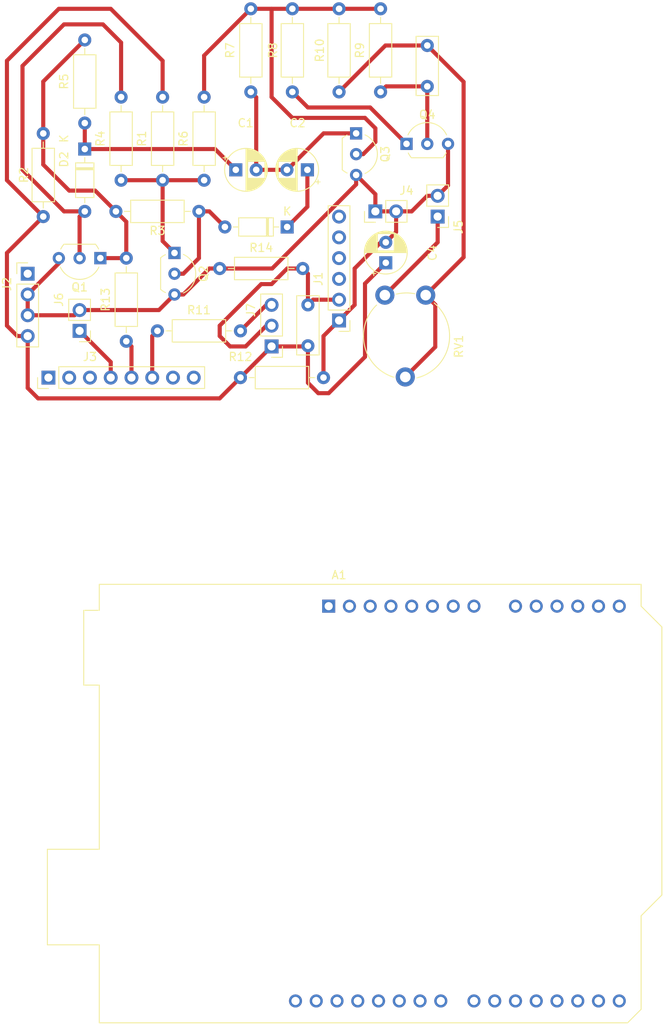
<source format=kicad_pcb>
(kicad_pcb (version 20221018) (generator pcbnew)
  (layers (0 "F.Cu" signal) (31 "B.Cu" signal) (34 "B.Paste" user) (35 "F.Paste" user) (36 "B.SilkS" user "B.Silkscreen") (37 "F.SilkS" user "F.Silkscreen") (38 "B.Mask" user) (39 "F.Mask" user) (44 "Edge.Cuts" user))
  (net 0 "")
  (net 1 "Net-(D2-K)")
  (net 2 "Net-(Q3-C)")
  (net 3 "Net-(D1-K)")
  (net 4 "Net-(C3-Pad1)")
  (net 5 "Net-(Q4-B)")
  (net 6 "VCC")
  (net 7 "GND")
  (net 8 "Net-(J1-Pin_2)")
  (net 9 "Net-(D1-A)")
  (net 10 "Net-(D2-A)")
  (net 11 "Micro")
  (net 12 "Taste")
  (net 13 "Net-(Q2-C)")
  (net 14 "Net-(Q1-C)")
  (net 15 "Net-(Q3-B)")
  (net 16 "Net-(Q4-C)")
  (net 17 "Net-(J7-Pin_3)")
  (net 18 "Net-(J3-Pin_6)")
  (net 19 "DI6")
  (footprint "Potentiometer_THT:Potentiometer_Piher_PT-10-V10_Vertical_Hole" (layer "F.Cu") (at 124.985 99.14 -90)
    (fp_text reference "RV1" (at 6.27 -9.05 90) (layer "F.SilkS"))
    (fp_text value "10k")
    (pad "" np_thru_hole circle (at 5 -2.65 270) (size 4 4) (drill 4) (layers "*.Cu" "*.Mask"))
    (pad "1" thru_hole circle (at 0 0 270) (size 2.34 2.34) (drill 1.3) (layers "*.Cu" "*.Mask") (net 11 "Micro"))
    (pad "2" thru_hole circle (at 10 -2.5 270) (size 2.34 2.34) (drill 1.3) (layers "*.Cu" "*.Mask") (net 4 "Net-(C3-Pad1)"))
    (pad "3" thru_hole circle (at 0 -5 270) (size 2.34 2.34) (drill 1.3) (layers "*.Cu" "*.Mask") (net 4 "Net-(C3-Pad1)"))
  )
  (footprint "Resistor_THT:R_Axial_DIN0207_L6.3mm_D2.5mm_P10.16mm_Horizontal" (layer "F.Cu") (at 97.79 74.93 -90)
    (fp_text reference "R1" (at 5.08 2.54 90) (layer "F.SilkS"))
    (fp_text value "1k")
    (pad "1" thru_hole circle (at 0 0 270) (size 1.6 1.6) (drill 0.8) (layers "*.Cu" "*.Mask") (net 6 "VCC"))
    (pad "2" thru_hole oval (at 10.16 0 270) (size 1.6 1.6) (drill 0.8) (layers "*.Cu" "*.Mask") (net 13 "Net-(Q2-C)"))
  )
  (footprint "Resistor_THT:R_Axial_DIN0207_L6.3mm_D2.5mm_P10.16mm_Horizontal" (layer "F.Cu") (at 107.315 103.505 180)
    (fp_text reference "R11" (at 5.08 2.54) (layer "F.SilkS"))
    (fp_text value "470")
    (pad "1" thru_hole circle (at 0 0 180) (size 1.6 1.6) (drill 0.8) (layers "*.Cu" "*.Mask") (net 17 "Net-(J7-Pin_3)"))
    (pad "2" thru_hole oval (at 10.16 0 180) (size 1.6 1.6) (drill 0.8) (layers "*.Cu" "*.Mask") (net 18 "Net-(J3-Pin_6)"))
  )
  (footprint "Resistor_THT:R_Axial_DIN0207_L6.3mm_D2.5mm_P10.16mm_Horizontal" (layer "F.Cu") (at 93.345 94.615 -90)
    (fp_text reference "R13" (at 5.08 2.54 90) (layer "F.SilkS"))
    (fp_text value "470")
    (pad "1" thru_hole circle (at 0 0 270) (size 1.6 1.6) (drill 0.8) (layers "*.Cu" "*.Mask") (net 14 "Net-(Q1-C)"))
    (pad "2" thru_hole oval (at 10.16 0 270) (size 1.6 1.6) (drill 0.8) (layers "*.Cu" "*.Mask") (net 19 "DI6"))
  )
  (footprint "Resistor_THT:R_Axial_DIN0207_L6.3mm_D2.5mm_P10.16mm_Horizontal" (layer "F.Cu") (at 88.265 67.945 -90)
    (fp_text reference "R5" (at 5.08 2.54 90) (layer "F.SilkS"))
    (fp_text value "1k")
    (pad "1" thru_hole circle (at 0 0 270) (size 1.6 1.6) (drill 0.8) (layers "*.Cu" "*.Mask") (net 14 "Net-(Q1-C)"))
    (pad "2" thru_hole oval (at 10.16 0 270) (size 1.6 1.6) (drill 0.8) (layers "*.Cu" "*.Mask") (net 1 "Net-(D2-K)"))
  )
  (footprint "Connector_PinHeader_2.54mm:PinHeader_1x03_P2.54mm_Vertical" (layer "F.Cu") (at 111.125 105.41 180)
    (fp_text reference "J7" (at 2.54 4.445 90) (layer "F.SilkS"))
    (fp_text value "03")
    (pad "1" thru_hole rect (at 0 0 180) (size 1.7 1.7) (drill 1) (layers "*.Cu" "*.Mask") (net 6 "VCC"))
    (pad "2" thru_hole oval (at 0 2.54 180) (size 1.7 1.7) (drill 1) (layers "*.Cu" "*.Mask") (net 8 "Net-(J1-Pin_2)"))
    (pad "3" thru_hole oval (at 0 5.08 180) (size 1.7 1.7) (drill 1) (layers "*.Cu" "*.Mask") (net 17 "Net-(J7-Pin_3)"))
  )
  (footprint "Diode_THT:D_DO-35_SOD27_P7.62mm_Horizontal" (layer "F.Cu") (at 113.03 90.805 180)
    (fp_text reference "D1" hide)
    (fp_text value "1N4148")
    (fp_text user "K" (at 0 1.905) (layer "F.SilkS"))
    (pad "1" thru_hole rect (at 0 0 180) (size 1.6 1.6) (drill 0.8) (layers "*.Cu" "*.Mask") (net 3 "Net-(D1-K)"))
    (pad "2" thru_hole oval (at 7.62 0 180) (size 1.6 1.6) (drill 0.8) (layers "*.Cu" "*.Mask") (net 9 "Net-(D1-A)"))
  )
  (footprint "Resistor_THT:R_Axial_DIN0207_L6.3mm_D2.5mm_P10.16mm_Horizontal" (layer "F.Cu") (at 83.185 89.535 90)
    (fp_text reference "R2" (at 5.08 -2.37 90) (layer "F.SilkS"))
    (fp_text value "1k")
    (pad "1" thru_hole circle (at 0 0 90) (size 1.6 1.6) (drill 0.8) (layers "*.Cu" "*.Mask") (net 6 "VCC"))
    (pad "2" thru_hole oval (at 10.16 0 90) (size 1.6 1.6) (drill 0.8) (layers "*.Cu" "*.Mask") (net 14 "Net-(Q1-C)"))
  )
  (footprint "Package_TO_SOT_THT:TO-92L_Inline_Wide" (layer "F.Cu") (at 90.17 94.615 180)
    (fp_text reference "Q1" (at 2.54 -3.56) (layer "F.SilkS"))
    (fp_text value "BC547")
    (pad "1" thru_hole rect (at 0 0 180) (size 1.5 1.5) (drill 0.8) (layers "*.Cu" "*.Mask") (net 14 "Net-(Q1-C)"))
    (pad "2" thru_hole circle (at 2.54 0 180) (size 1.5 1.5) (drill 0.8) (layers "*.Cu" "*.Mask") (net 10 "Net-(D2-A)"))
    (pad "3" thru_hole circle (at 5.08 0 180) (size 1.5 1.5) (drill 0.8) (layers "*.Cu" "*.Mask") (net 7 "GND"))
  )
  (footprint "Capacitor_THT:CP_Radial_D5.0mm_P2.50mm" (layer "F.Cu") (at 106.744888 83.82)
    (fp_text reference "C1" (at 1.205112 -5.715) (layer "F.SilkS"))
    (fp_text value "47μF")
    (pad "1" thru_hole rect (at 0 0) (size 1.6 1.6) (drill 0.8) (layers "*.Cu" "*.Mask") (net 1 "Net-(D2-K)"))
    (pad "2" thru_hole circle (at 2.5 0) (size 1.6 1.6) (drill 0.8) (layers "*.Cu" "*.Mask") (net 2 "Net-(Q3-C)"))
  )
  (footprint "Package_TO_SOT_THT:TO-92L_Inline_Wide" (layer "F.Cu") (at 121.47 79.365 -90)
    (fp_text reference "Q3" (at 2.54 -3.56 90) (layer "F.SilkS"))
    (fp_text value "BC547")
    (pad "1" thru_hole rect (at 0 0 270) (size 1.5 1.5) (drill 0.8) (layers "*.Cu" "*.Mask") (net 2 "Net-(Q3-C)"))
    (pad "2" thru_hole circle (at 2.54 0 270) (size 1.5 1.5) (drill 0.8) (layers "*.Cu" "*.Mask") (net 15 "Net-(Q3-B)"))
    (pad "3" thru_hole circle (at 5.08 0 270) (size 1.5 1.5) (drill 0.8) (layers "*.Cu" "*.Mask") (net 7 "GND"))
  )
  (footprint "Connector_PinHeader_2.54mm:PinHeader_1x02_P2.54mm_Vertical" (layer "F.Cu") (at 131.445 89.535 180)
    (fp_text reference "J5" (at -2.54 -1.27 90) (layer "F.SilkS"))
    (fp_text value "Micro")
    (pad "1" thru_hole rect (at 0 0 180) (size 1.7 1.7) (drill 1) (layers "*.Cu" "*.Mask") (net 11 "Micro"))
    (pad "2" thru_hole oval (at 0 2.54 180) (size 1.7 1.7) (drill 1) (layers "*.Cu" "*.Mask") (net 7 "GND"))
  )
  (footprint "Resistor_THT:R_Axial_DIN0207_L6.3mm_D2.5mm_P10.16mm_Horizontal" (layer "F.Cu") (at 104.775 95.885)
    (fp_text reference "R14" (at 5.08 -2.54) (layer "F.SilkS"))
    (fp_text value "0,22")
    (pad "1" thru_hole circle (at 0 0) (size 1.6 1.6) (drill 0.8) (layers "*.Cu" "*.Mask") (net 7 "GND"))
    (pad "2" thru_hole oval (at 10.16 0) (size 1.6 1.6) (drill 0.8) (layers "*.Cu" "*.Mask") (net 8 "Net-(J1-Pin_2)"))
  )
  (footprint "Diode_THT:D_DO-35_SOD27_P7.62mm_Horizontal" (layer "F.Cu") (at 88.265 81.28 -90)
    (fp_text reference "D2" (at 1.27 2.54 90) (layer "F.SilkS"))
    (fp_text value "1N4148")
    (fp_text user "K" (at -1.27 2.54 90) (layer "F.SilkS"))
    (pad "1" thru_hole rect (at 0 0 270) (size 1.6 1.6) (drill 0.8) (layers "*.Cu" "*.Mask") (net 1 "Net-(D2-K)"))
    (pad "2" thru_hole oval (at 7.62 0 270) (size 1.6 1.6) (drill 0.8) (layers "*.Cu" "*.Mask") (net 10 "Net-(D2-A)"))
  )
  (footprint "Connector_PinHeader_2.54mm:PinHeader_1x08_P2.54mm_Vertical" (layer "F.Cu") (at 83.82 109.22 90)
    (fp_text reference "J3" (at 2.54 5.08) (layer "F.SilkS"))
    (fp_text value "DIGITAL")
    (pad "1" thru_hole rect (at 0 0 90) (size 1.7 1.7) (drill 1) (layers "*.Cu" "*.Mask"))
    (pad "2" thru_hole oval (at 0 2.54 90) (size 1.7 1.7) (drill 1) (layers "*.Cu" "*.Mask"))
    (pad "3" thru_hole oval (at 0 5.08 90) (size 1.7 1.7) (drill 1) (layers "*.Cu" "*.Mask"))
    (pad "4" thru_hole oval (at 0 7.62 90) (size 1.7 1.7) (drill 1) (layers "*.Cu" "*.Mask") (net 12 "Taste"))
    (pad "5" thru_hole oval (at 0 10.16 90) (size 1.7 1.7) (drill 1) (layers "*.Cu" "*.Mask") (net 19 "DI6"))
    (pad "6" thru_hole oval (at 0 12.7 90) (size 1.7 1.7) (drill 1) (layers "*.Cu" "*.Mask") (net 18 "Net-(J3-Pin_6)"))
    (pad "7" thru_hole oval (at 0 15.24 90) (size 1.7 1.7) (drill 1) (layers "*.Cu" "*.Mask"))
    (pad "8" thru_hole oval (at 0 17.78 90) (size 1.7 1.7) (drill 1) (layers "*.Cu" "*.Mask"))
  )
  (footprint "Connector_PinHeader_2.54mm:PinHeader_1x02_P2.54mm_Vertical" (layer "F.Cu") (at 123.825 88.9 90)
    (fp_text reference "J4" (at 2.54 3.81) (layer "F.SilkS"))
    (fp_text value "LDR")
    (pad "1" thru_hole rect (at 0 0 90) (size 1.7 1.7) (drill 1) (layers "*.Cu" "*.Mask") (net 7 "GND"))
    (pad "2" thru_hole oval (at 0 2.54 90) (size 1.7 1.7) (drill 1) (layers "*.Cu" "*.Mask") (net 7 "GND"))
  )
  (footprint "Package_TO_SOT_THT:TO-92L_Inline_Wide" (layer "F.Cu") (at 127.635 80.645)
    (fp_text reference "Q4" (at 2.54 -3.56) (layer "F.SilkS"))
    (fp_text value "BC547")
    (pad "1" thru_hole rect (at 0 0) (size 1.5 1.5) (drill 0.8) (layers "*.Cu" "*.Mask") (net 16 "Net-(Q4-C)"))
    (pad "2" thru_hole circle (at 2.54 0) (size 1.5 1.5) (drill 0.8) (layers "*.Cu" "*.Mask") (net 5 "Net-(Q4-B)"))
    (pad "3" thru_hole circle (at 5.08 0) (size 1.5 1.5) (drill 0.8) (layers "*.Cu" "*.Mask") (net 7 "GND"))
  )
  (footprint "Connector_PinHeader_2.54mm:PinHeader_1x04_P2.54mm_Vertical" (layer "F.Cu") (at 81.28 96.52)
    (fp_text reference "J2" (at -2.54 1.27 90) (layer "F.SilkS"))
    (fp_text value "Power")
    (pad "1" thru_hole rect (at 0 0) (size 1.7 1.7) (drill 1) (layers "*.Cu" "*.Mask"))
    (pad "2" thru_hole oval (at 0 2.54) (size 1.7 1.7) (drill 1) (layers "*.Cu" "*.Mask") (net 7 "GND"))
    (pad "3" thru_hole oval (at 0 5.08) (size 1.7 1.7) (drill 1) (layers "*.Cu" "*.Mask") (net 7 "GND"))
    (pad "4" thru_hole oval (at 0 7.62) (size 1.7 1.7) (drill 1) (layers "*.Cu" "*.Mask") (net 6 "VCC"))
  )
  (footprint "Connector_PinHeader_2.54mm:PinHeader_1x06_P2.54mm_Vertical" (layer "F.Cu") (at 119.38 102.235 180)
    (fp_text reference "J1" (at 2.54 5.08 90) (layer "F.SilkS"))
    (fp_text value "Analog IN")
    (pad "1" thru_hole rect (at 0 0 180) (size 1.7 1.7) (drill 1) (layers "*.Cu" "*.Mask") (net 7 "GND"))
    (pad "2" thru_hole oval (at 0 2.54 180) (size 1.7 1.7) (drill 1) (layers "*.Cu" "*.Mask") (net 8 "Net-(J1-Pin_2)"))
    (pad "3" thru_hole oval (at 0 5.08 180) (size 1.7 1.7) (drill 1) (layers "*.Cu" "*.Mask"))
    (pad "4" thru_hole oval (at 0 7.62 180) (size 1.7 1.7) (drill 1) (layers "*.Cu" "*.Mask"))
    (pad "5" thru_hole oval (at 0 10.16 180) (size 1.7 1.7) (drill 1) (layers "*.Cu" "*.Mask"))
    (pad "6" thru_hole oval (at 0 12.7 180) (size 1.7 1.7) (drill 1) (layers "*.Cu" "*.Mask"))
  )
  (footprint "Resistor_THT:R_Axial_DIN0207_L6.3mm_D2.5mm_P10.16mm_Horizontal" (layer "F.Cu") (at 113.665 74.295 90)
    (fp_text reference "R8" (at 5.08 -2.37 90) (layer "F.SilkS"))
    (fp_text value "4k7")
    (pad "1" thru_hole circle (at 0 0 90) (size 1.6 1.6) (drill 0.8) (layers "*.Cu" "*.Mask") (net 16 "Net-(Q4-C)"))
    (pad "2" thru_hole oval (at 10.16 0 90) (size 1.6 1.6) (drill 0.8) (layers "*.Cu" "*.Mask") (net 15 "Net-(Q3-B)"))
  )
  (footprint "Capacitor_THT:C_Disc_D7.0mm_W2.5mm_P5.00mm" (layer "F.Cu") (at 130.175 68.62 -90)
    (fp_text reference "C3" hide)
    (fp_text value "100NF")
    (pad "1" thru_hole circle (at 0 0 270) (size 1.6 1.6) (drill 0.8) (layers "*.Cu" "*.Mask") (net 4 "Net-(C3-Pad1)"))
    (pad "2" thru_hole circle (at 5 0 270) (size 1.6 1.6) (drill 0.8) (layers "*.Cu" "*.Mask") (net 5 "Net-(Q4-B)"))
  )
  (footprint "Capacitor_THT:CP_Radial_D5.0mm_P2.50mm" (layer "F.Cu") (at 125.1 95.185113 90)
    (fp_text reference "C4" (at 1.205113 5.71 90) (layer "F.SilkS"))
    (fp_text value "47μF")
    (pad "1" thru_hole rect (at 0 0 90) (size 1.6 1.6) (drill 0.8) (layers "*.Cu" "*.Mask") (net 6 "VCC"))
    (pad "2" thru_hole circle (at 2.5 0 90) (size 1.6 1.6) (drill 0.8) (layers "*.Cu" "*.Mask") (net 7 "GND"))
  )
  (footprint "Module:Arduino_UNO_R2" (layer "F.Cu") (at 118.11 137.16)
    (fp_text reference "A1" (at 1.27 -3.81 180) (layer "F.SilkS"))
    (fp_text value "Arduino_UNO_R2")
    (pad "1" thru_hole rect (at 0 0 90) (size 1.6 1.6) (drill 1) (layers "*.Cu" "*.Mask"))
    (pad "2" thru_hole oval (at 2.54 0 90) (size 1.6 1.6) (drill 1) (layers "*.Cu" "*.Mask"))
    (pad "3" thru_hole oval (at 5.08 0 90) (size 1.6 1.6) (drill 1) (layers "*.Cu" "*.Mask"))
    (pad "4" thru_hole oval (at 7.62 0 90) (size 1.6 1.6) (drill 1) (layers "*.Cu" "*.Mask"))
    (pad "5" thru_hole oval (at 10.16 0 90) (size 1.6 1.6) (drill 1) (layers "*.Cu" "*.Mask"))
    (pad "6" thru_hole oval (at 12.7 0 90) (size 1.6 1.6) (drill 1) (layers "*.Cu" "*.Mask"))
    (pad "7" thru_hole oval (at 15.24 0 90) (size 1.6 1.6) (drill 1) (layers "*.Cu" "*.Mask"))
    (pad "8" thru_hole oval (at 17.78 0 90) (size 1.6 1.6) (drill 1) (layers "*.Cu" "*.Mask"))
    (pad "9" thru_hole oval (at 22.86 0 90) (size 1.6 1.6) (drill 1) (layers "*.Cu" "*.Mask"))
    (pad "10" thru_hole oval (at 25.4 0 90) (size 1.6 1.6) (drill 1) (layers "*.Cu" "*.Mask"))
    (pad "11" thru_hole oval (at 27.94 0 90) (size 1.6 1.6) (drill 1) (layers "*.Cu" "*.Mask"))
    (pad "12" thru_hole oval (at 30.48 0 90) (size 1.6 1.6) (drill 1) (layers "*.Cu" "*.Mask"))
    (pad "13" thru_hole oval (at 33.02 0 90) (size 1.6 1.6) (drill 1) (layers "*.Cu" "*.Mask"))
    (pad "14" thru_hole oval (at 35.56 0 90) (size 1.6 1.6) (drill 1) (layers "*.Cu" "*.Mask"))
    (pad "15" thru_hole oval (at 35.56 48.26 90) (size 1.6 1.6) (drill 1) (layers "*.Cu" "*.Mask"))
    (pad "16" thru_hole oval (at 33.02 48.26 90) (size 1.6 1.6) (drill 1) (layers "*.Cu" "*.Mask"))
    (pad "17" thru_hole oval (at 30.48 48.26 90) (size 1.6 1.6) (drill 1) (layers "*.Cu" "*.Mask"))
    (pad "18" thru_hole oval (at 27.94 48.26 90) (size 1.6 1.6) (drill 1) (layers "*.Cu" "*.Mask"))
    (pad "19" thru_hole oval (at 25.4 48.26 90) (size 1.6 1.6) (drill 1) (layers "*.Cu" "*.Mask"))
    (pad "20" thru_hole oval (at 22.86 48.26 90) (size 1.6 1.6) (drill 1) (layers "*.Cu" "*.Mask"))
    (pad "21" thru_hole oval (at 20.32 48.26 90) (size 1.6 1.6) (drill 1) (layers "*.Cu" "*.Mask"))
    (pad "22" thru_hole oval (at 17.78 48.26 90) (size 1.6 1.6) (drill 1) (layers "*.Cu" "*.Mask"))
    (pad "23" thru_hole oval (at 13.72 48.26 90) (size 1.6 1.6) (drill 1) (layers "*.Cu" "*.Mask"))
    (pad "24" thru_hole oval (at 11.18 48.26 90) (size 1.6 1.6) (drill 1) (layers "*.Cu" "*.Mask"))
    (pad "25" thru_hole oval (at 8.64 48.26 90) (size 1.6 1.6) (drill 1) (layers "*.Cu" "*.Mask"))
    (pad "26" thru_hole oval (at 6.1 48.26 90) (size 1.6 1.6) (drill 1) (layers "*.Cu" "*.Mask"))
    (pad "27" thru_hole oval (at 3.56 48.26 90) (size 1.6 1.6) (drill 1) (layers "*.Cu" "*.Mask"))
    (pad "28" thru_hole oval (at 1.02 48.26 90) (size 1.6 1.6) (drill 1) (layers "*.Cu" "*.Mask"))
    (pad "29" thru_hole oval (at -1.52 48.26 90) (size 1.6 1.6) (drill 1) (layers "*.Cu" "*.Mask"))
    (pad "30" thru_hole oval (at -4.06 48.26 90) (size 1.6 1.6) (drill 1) (layers "*.Cu" "*.Mask"))
  )
  (footprint "Package_TO_SOT_THT:TO-92L_Inline_Wide" (layer "F.Cu") (at 99.245 93.98 -90)
    (fp_text reference "Q2" (at 2.54 -3.56 90) (layer "F.SilkS"))
    (fp_text value "BC547")
    (pad "1" thru_hole rect (at 0 0 270) (size 1.5 1.5) (drill 0.8) (layers "*.Cu" "*.Mask") (net 13 "Net-(Q2-C)"))
    (pad "2" thru_hole circle (at 2.54 0 270) (size 1.5 1.5) (drill 0.8) (layers "*.Cu" "*.Mask") (net 9 "Net-(D1-A)"))
    (pad "3" thru_hole circle (at 5.08 0 270) (size 1.5 1.5) (drill 0.8) (layers "*.Cu" "*.Mask") (net 7 "GND"))
  )
  (footprint "Resistor_THT:R_Axial_DIN0207_L6.3mm_D2.5mm_P10.16mm_Horizontal" (layer "F.Cu") (at 92.71 85.09 90)
    (fp_text reference "R4" (at 5.08 -2.54 90) (layer "F.SilkS"))
    (fp_text value "22k")
    (pad "1" thru_hole circle (at 0 0 90) (size 1.6 1.6) (drill 0.8) (layers "*.Cu" "*.Mask") (net 13 "Net-(Q2-C)"))
    (pad "2" thru_hole oval (at 10.16 0 90) (size 1.6 1.6) (drill 0.8) (layers "*.Cu" "*.Mask") (net 10 "Net-(D2-A)"))
  )
  (footprint "Capacitor_THT:CP_Radial_D5.0mm_P2.50mm" (layer "F.Cu") (at 115.505113 83.82 180)
    (fp_text reference "C2" (at 1.205113 5.715) (layer "F.SilkS"))
    (fp_text value "47μF")
    (pad "1" thru_hole rect (at 0 0 180) (size 1.6 1.6) (drill 0.8) (layers "*.Cu" "*.Mask") (net 3 "Net-(D1-K)"))
    (pad "2" thru_hole circle (at 2.5 0 180) (size 1.6 1.6) (drill 0.8) (layers "*.Cu" "*.Mask") (net 2 "Net-(Q3-C)"))
  )
  (footprint "Resistor_THT:R_Axial_DIN0207_L6.3mm_D2.5mm_P10.16mm_Horizontal" (layer "F.Cu") (at 124.46 74.295 90)
    (fp_text reference "R9" (at 5.08 -2.54 90) (layer "F.SilkS"))
    (fp_text value "160k")
    (pad "1" thru_hole circle (at 0 0 90) (size 1.6 1.6) (drill 0.8) (layers "*.Cu" "*.Mask") (net 5 "Net-(Q4-B)"))
    (pad "2" thru_hole oval (at 10.16 0 90) (size 1.6 1.6) (drill 0.8) (layers "*.Cu" "*.Mask") (net 15 "Net-(Q3-B)"))
  )
  (footprint "Connector_PinHeader_2.54mm:PinHeader_1x02_P2.54mm_Vertical" (layer "F.Cu") (at 87.63 103.505 180)
    (fp_text reference "J6" (at 2.54 3.81 90) (layer "F.SilkS"))
    (fp_text value "Taste")
    (pad "1" thru_hole rect (at 0 0 180) (size 1.7 1.7) (drill 1) (layers "*.Cu" "*.Mask") (net 12 "Taste"))
    (pad "2" thru_hole oval (at 0 2.54 180) (size 1.7 1.7) (drill 1) (layers "*.Cu" "*.Mask") (net 7 "GND"))
  )
  (footprint "Resistor_THT:R_Axial_DIN0207_L6.3mm_D2.5mm_P10.16mm_Horizontal" (layer "F.Cu") (at 102.235 88.9 180)
    (fp_text reference "R3" (at 5.08 -2.37) (layer "F.SilkS"))
    (fp_text value "22k")
    (pad "1" thru_hole circle (at 0 0 180) (size 1.6 1.6) (drill 0.8) (layers "*.Cu" "*.Mask") (net 9 "Net-(D1-A)"))
    (pad "2" thru_hole oval (at 10.16 0 180) (size 1.6 1.6) (drill 0.8) (layers "*.Cu" "*.Mask") (net 14 "Net-(Q1-C)"))
  )
  (footprint "Resistor_THT:R_Axial_DIN0207_L6.3mm_D2.5mm_P10.16mm_Horizontal" (layer "F.Cu") (at 107.315 109.22)
    (fp_text reference "R12" (at 0 -2.54) (layer "F.SilkS"))
    (fp_text value "10k")
    (pad "1" thru_hole circle (at 0 0) (size 1.6 1.6) (drill 0.8) (layers "*.Cu" "*.Mask") (net 6 "VCC"))
    (pad "2" thru_hole oval (at 10.16 0) (size 1.6 1.6) (drill 0.8) (layers "*.Cu" "*.Mask") (net 7 "GND"))
  )
  (footprint "Resistor_THT:R_Axial_DIN0207_L6.3mm_D2.5mm_P10.16mm_Horizontal" (layer "F.Cu") (at 102.87 85.09 90)
    (fp_text reference "R6" (at 5.08 -2.54 90) (layer "F.SilkS"))
    (fp_text value "1k")
    (pad "1" thru_hole circle (at 0 0 90) (size 1.6 1.6) (drill 0.8) (layers "*.Cu" "*.Mask") (net 13 "Net-(Q2-C)"))
    (pad "2" thru_hole oval (at 10.16 0 90) (size 1.6 1.6) (drill 0.8) (layers "*.Cu" "*.Mask") (net 15 "Net-(Q3-B)"))
  )
  (footprint "Capacitor_THT:C_Disc_D7.0mm_W2.5mm_P5.00mm" (layer "F.Cu") (at 115.57 100.33 -90)
    (fp_text reference "C5" hide)
    (fp_text value "100NF")
    (pad "1" thru_hole circle (at 0 0 270) (size 1.6 1.6) (drill 0.8) (layers "*.Cu" "*.Mask") (net 8 "Net-(J1-Pin_2)"))
    (pad "2" thru_hole circle (at 5 0 270) (size 1.6 1.6) (drill 0.8) (layers "*.Cu" "*.Mask") (net 6 "VCC"))
  )
  (footprint "Resistor_THT:R_Axial_DIN0207_L6.3mm_D2.5mm_P10.16mm_Horizontal" (layer "F.Cu") (at 108.585 64.135 -90)
    (fp_text reference "R7" (at 5.08 2.54 90) (layer "F.SilkS"))
    (fp_text value "10k")
    (pad "1" thru_hole circle (at 0 0 270) (size 1.6 1.6) (drill 0.8) (layers "*.Cu" "*.Mask") (net 15 "Net-(Q3-B)"))
    (pad "2" thru_hole oval (at 10.16 0 270) (size 1.6 1.6) (drill 0.8) (layers "*.Cu" "*.Mask") (net 2 "Net-(Q3-C)"))
  )
  (footprint "Resistor_THT:R_Axial_DIN0207_L6.3mm_D2.5mm_P10.16mm_Horizontal" (layer "F.Cu") (at 119.38 74.295 90)
    (fp_text reference "R10" (at 5.08 -2.37 90) (layer "F.SilkS"))
    (fp_text value "10k")
    (pad "1" thru_hole circle (at 0 0 90) (size 1.6 1.6) (drill 0.8) (layers "*.Cu" "*.Mask") (net 4 "Net-(C3-Pad1)"))
    (pad "2" thru_hole oval (at 10.16 0 90) (size 1.6 1.6) (drill 0.8) (layers "*.Cu" "*.Mask") (net 15 "Net-(Q3-B)"))
  )
  (segment (start 88.265 81.28) (end 88.265 78.105) (width 0.5) (layer "F.Cu") (net 1))
  (segment (start 104.204888 81.28) (end 106.744888 83.82) (width 0.5) (layer "F.Cu") (net 1))
  (segment (start 88.265 81.28) (end 104.204888 81.28) (width 0.5) (layer "F.Cu") (net 1))
  (segment (start 109.244888 83.82) (end 113.005113 83.82) (width 0.5) (layer "F.Cu") (net 2))
  (segment (start 109.244888 74.954888) (end 108.585 74.295) (width 0.5) (layer "F.Cu") (net 2))
  (segment (start 113.03 83.82) (end 117.485 79.365) (width 0.5) (layer "F.Cu") (net 2))
  (segment (start 109.244888 83.82) (end 109.244888 74.954888) (width 0.5) (layer "F.Cu") (net 2))
  (segment (start 113.005113 83.82) (end 113.03 83.82) (width 0.5) (layer "F.Cu") (net 2))
  (segment (start 117.485 79.365) (end 121.47 79.365) (width 0.5) (layer "F.Cu") (net 2))
  (segment (start 115.505113 83.82) (end 115.505113 88.329887) (width 0.5) (layer "F.Cu") (net 3))
  (segment (start 115.505113 88.329887) (end 113.03 90.805) (width 0.5) (layer "F.Cu") (net 3))
  (segment (start 131.154999 100.309999) (end 131.154999 105.470001) (width 0.5) (layer "F.Cu") (net 4))
  (segment (start 129.985 99.14) (end 134.62 94.505) (width 0.5) (layer "F.Cu") (net 4))
  (segment (start 134.62 73.065) (end 130.175 68.62) (width 0.5) (layer "F.Cu") (net 4))
  (segment (start 131.154999 105.470001) (end 127.485 109.14) (width 0.5) (layer "F.Cu") (net 4))
  (segment (start 134.62 94.505) (end 134.62 73.065) (width 0.5) (layer "F.Cu") (net 4))
  (segment (start 130.175 68.62) (end 125.055 68.62) (width 0.5) (layer "F.Cu") (net 4))
  (segment (start 125.055 68.62) (end 119.38 74.295) (width 0.5) (layer "F.Cu") (net 4))
  (segment (start 129.985 99.14) (end 131.154999 100.309999) (width 0.5) (layer "F.Cu") (net 4))
  (segment (start 130.175 80.645) (end 130.175 73.62) (width 0.5) (layer "F.Cu") (net 5))
  (segment (start 125.135 73.62) (end 124.46 74.295) (width 0.5) (layer "F.Cu") (net 5))
  (segment (start 130.175 73.62) (end 125.135 73.62) (width 0.5) (layer "F.Cu") (net 5))
  (segment (start 122.555 97.730113) (end 125.1 95.185113) (width 0.5) (layer "F.Cu") (net 6))
  (segment (start 81.28 104.14) (end 81.28 110.49) (width 0.5) (layer "F.Cu") (net 6))
  (segment (start 118.11 111.125) (end 122.555 106.68) (width 0.5) (layer "F.Cu") (net 6))
  (segment (start 83.185 89.535) (end 78.74 93.98) (width 0.5) (layer "F.Cu") (net 6))
  (segment (start 78.74 70.485) (end 78.74 85.09) (width 0.5) (layer "F.Cu") (net 6))
  (segment (start 115.57 105.33) (end 115.57 109.855) (width 0.5) (layer "F.Cu") (net 6))
  (segment (start 85.09 64.135) (end 78.74 70.485) (width 0.5) (layer "F.Cu") (net 6))
  (segment (start 91.44 64.135) (end 85.09 64.135) (width 0.5) (layer "F.Cu") (net 6))
  (segment (start 115.57 109.855) (end 116.84 111.125) (width 0.5) (layer "F.Cu") (net 6))
  (segment (start 80.01 104.14) (end 81.28 104.14) (width 0.5) (layer "F.Cu") (net 6))
  (segment (start 111.125 105.41) (end 115.49 105.41) (width 0.5) (layer "F.Cu") (net 6))
  (segment (start 122.555 106.68) (end 122.555 97.730113) (width 0.5) (layer "F.Cu") (net 6))
  (segment (start 81.28 110.49) (end 82.55 111.76) (width 0.5) (layer "F.Cu") (net 6))
  (segment (start 78.74 102.87) (end 80.01 104.14) (width 0.5) (layer "F.Cu") (net 6))
  (segment (start 78.74 93.98) (end 78.74 102.87) (width 0.5) (layer "F.Cu") (net 6))
  (segment (start 107.315 109.22) (end 111.125 105.41) (width 0.5) (layer "F.Cu") (net 6))
  (segment (start 82.55 111.76) (end 104.775 111.76) (width 0.5) (layer "F.Cu") (net 6))
  (segment (start 116.84 111.125) (end 118.11 111.125) (width 0.5) (layer "F.Cu") (net 6))
  (segment (start 115.49 105.41) (end 115.57 105.33) (width 0.5) (layer "F.Cu") (net 6))
  (segment (start 97.79 70.485) (end 91.44 64.135) (width 0.5) (layer "F.Cu") (net 6))
  (segment (start 78.74 85.09) (end 83.185 89.535) (width 0.5) (layer "F.Cu") (net 6))
  (segment (start 97.79 74.93) (end 97.79 70.485) (width 0.5) (layer "F.Cu") (net 6))
  (segment (start 104.775 111.76) (end 107.315 109.22) (width 0.5) (layer "F.Cu") (net 6))
  (segment (start 126.365 91.420113) (end 125.1 92.685113) (width 0.5) (layer "F.Cu") (net 7))
  (segment (start 81.28 101.6) (end 86.995 101.6) (width 0.5) (layer "F.Cu") (net 7))
  (segment (start 104.775 95.885) (end 111.191522 95.885) (width 0.5) (layer "F.Cu") (net 7))
  (segment (start 131.445 86.995) (end 130.175 86.995) (width 0.5) (layer "F.Cu") (net 7))
  (segment (start 103.505 95.885) (end 104.775 95.885) (width 0.5) (layer "F.Cu") (net 7))
  (segment (start 97.34 100.965) (end 99.245 99.06) (width 0.5) (layer "F.Cu") (net 7))
  (segment (start 123.825 88.9) (end 123.825 86.8) (width 0.5) (layer "F.Cu") (net 7))
  (segment (start 121.285 95.885) (end 124.484887 92.685113) (width 0.5) (layer "F.Cu") (net 7))
  (segment (start 99.245 99.06) (end 100.33 99.06) (width 0.5) (layer "F.Cu") (net 7))
  (segment (start 117.475 104.14) (end 119.38 102.235) (width 0.5) (layer "F.Cu") (net 7))
  (segment (start 111.191522 95.885) (end 121.47 85.606522) (width 0.5) (layer "F.Cu") (net 7))
  (segment (start 87.63 100.965) (end 97.34 100.965) (width 0.5) (layer "F.Cu") (net 7))
  (segment (start 126.365 88.9) (end 126.365 91.420113) (width 0.5) (layer "F.Cu") (net 7))
  (segment (start 100.33 99.06) (end 103.505 95.885) (width 0.5) (layer "F.Cu") (net 7))
  (segment (start 117.475 109.22) (end 117.475 104.14) (width 0.5) (layer "F.Cu") (net 7))
  (segment (start 124.484887 92.685113) (end 125.1 92.685113) (width 0.5) (layer "F.Cu") (net 7))
  (segment (start 81.28 99.06) (end 81.28 101.6) (width 0.5) (layer "F.Cu") (net 7))
  (segment (start 130.175 86.995) (end 128.27 88.9) (width 0.5) (layer "F.Cu") (net 7))
  (segment (start 85.09 95.25) (end 85.09 94.615) (width 0.5) (layer "F.Cu") (net 7))
  (segment (start 132.715 85.725) (end 131.445 86.995) (width 0.5) (layer "F.Cu") (net 7))
  (segment (start 86.995 101.6) (end 87.63 100.965) (width 0.5) (layer "F.Cu") (net 7))
  (segment (start 126.365 88.9) (end 123.825 88.9) (width 0.5) (layer "F.Cu") (net 7))
  (segment (start 123.825 86.8) (end 121.47 84.445) (width 0.5) (layer "F.Cu") (net 7))
  (segment (start 121.285 100.33) (end 121.285 95.885) (width 0.5) (layer "F.Cu") (net 7))
  (segment (start 128.27 88.9) (end 126.365 88.9) (width 0.5) (layer "F.Cu") (net 7))
  (segment (start 119.38 102.235) (end 121.285 100.33) (width 0.5) (layer "F.Cu") (net 7))
  (segment (start 81.28 99.06) (end 85.09 95.25) (width 0.5) (layer "F.Cu") (net 7))
  (segment (start 132.715 80.645) (end 132.715 85.725) (width 0.5) (layer "F.Cu") (net 7))
  (segment (start 121.47 85.606522) (end 121.47 84.445) (width 0.5) (layer "F.Cu") (net 7))
  (segment (start 104.775 102.87) (end 109.855 97.79) (width 0.5) (layer "F.Cu") (net 8))
  (segment (start 111.125 102.87) (end 110.49 102.87) (width 0.5) (layer "F.Cu") (net 8))
  (segment (start 111.125 97.79) (end 113.03 95.885) (width 0.5) (layer "F.Cu") (net 8))
  (segment (start 115.57 100.33) (end 115.57 96.52) (width 0.5) (layer "F.Cu") (net 8))
  (segment (start 104.775 104.14) (end 104.775 102.87) (width 0.5) (layer "F.Cu") (net 8))
  (segment (start 106.045 105.41) (end 104.775 104.14) (width 0.5) (layer "F.Cu") (net 8))
  (segment (start 116.205 99.695) (end 119.38 99.695) (width 0.5) (layer "F.Cu") (net 8))
  (segment (start 115.57 96.52) (end 114.935 95.885) (width 0.5) (layer "F.Cu") (net 8))
  (segment (start 110.49 102.87) (end 107.95 105.41) (width 0.5) (layer "F.Cu") (net 8))
  (segment (start 115.57 100.33) (end 116.205 99.695) (width 0.5) (layer "F.Cu") (net 8))
  (segment (start 113.03 95.885) (end 114.935 95.885) (width 0.5) (layer "F.Cu") (net 8))
  (segment (start 107.95 105.41) (end 106.045 105.41) (width 0.5) (layer "F.Cu") (net 8))
  (segment (start 109.855 97.79) (end 111.125 97.79) (width 0.5) (layer "F.Cu") (net 8))
  (segment (start 102.235 94.615) (end 102.235 88.9) (width 0.5) (layer "F.Cu") (net 9))
  (segment (start 103.505 88.9) (end 105.41 90.805) (width 0.5) (layer "F.Cu") (net 9))
  (segment (start 102.235 88.9) (end 103.505 88.9) (width 0.5) (layer "F.Cu") (net 9))
  (segment (start 100.33 96.52) (end 102.235 94.615) (width 0.5) (layer "F.Cu") (net 9))
  (segment (start 99.245 96.52) (end 100.33 96.52) (width 0.5) (layer "F.Cu") (net 9))
  (segment (start 87.63 94.615) (end 87.63 89.535) (width 0.5) (layer "F.Cu") (net 10))
  (segment (start 85.725 66.04) (end 80.645 71.12) (width 0.5) (layer "F.Cu") (net 10))
  (segment (start 87.63 89.535) (end 88.265 88.9) (width 0.5) (layer "F.Cu") (net 10))
  (segment (start 80.645 71.12) (end 80.645 83.82) (width 0.5) (layer "F.Cu") (net 10))
  (segment (start 90.4875 66.04) (end 85.725 66.04) (width 0.5) (layer "F.Cu") (net 10))
  (segment (start 85.725 88.9) (end 88.265 88.9) (width 0.5) (layer "F.Cu") (net 10))
  (segment (start 92.71 74.93) (end 92.71 68.2625) (width 0.5) (layer "F.Cu") (net 10))
  (segment (start 80.645 83.82) (end 85.725 88.9) (width 0.5) (layer "F.Cu") (net 10))
  (segment (start 92.71 68.2625) (end 90.4875 66.04) (width 0.5) (layer "F.Cu") (net 10))
  (segment (start 131.445 92.68) (end 124.985 99.14) (width 0.5) (layer "F.Cu") (net 11))
  (segment (start 131.445 89.535) (end 131.445 92.68) (width 0.5) (layer "F.Cu") (net 11))
  (segment (start 91.44 109.22) (end 91.44 107.315) (width 0.5) (layer "F.Cu") (net 12))
  (segment (start 91.44 107.315) (end 87.63 103.505) (width 0.5) (layer "F.Cu") (net 12))
  (segment (start 97.79 85.09) (end 102.87 85.09) (width 0.5) (layer "F.Cu") (net 13))
  (segment (start 97.79 92.525) (end 99.245 93.98) (width 0.5) (layer "F.Cu") (net 13))
  (segment (start 92.71 85.09) (end 97.79 85.09) (width 0.5) (layer "F.Cu") (net 13))
  (segment (start 97.79 85.09) (end 97.79 92.525) (width 0.5) (layer "F.Cu") (net 13))
  (segment (start 93.345 94.615) (end 90.17 94.615) (width 0.5) (layer "F.Cu") (net 14))
  (segment (start 89.535 86.36) (end 92.075 88.9) (width 0.5) (layer "F.Cu") (net 14))
  (segment (start 88.265 67.945) (end 83.185 73.025) (width 0.5) (layer "F.Cu") (net 14))
  (segment (start 83.185 73.025) (end 83.185 79.375) (width 0.5) (layer "F.Cu") (net 14))
  (segment (start 86.36 86.36) (end 89.535 86.36) (width 0.5) (layer "F.Cu") (net 14))
  (segment (start 83.185 79.375) (end 83.185 83.185) (width 0.5) (layer "F.Cu") (net 14))
  (segment (start 93.345 94.615) (end 93.345 90.17) (width 0.5) (layer "F.Cu") (net 14))
  (segment (start 93.345 90.17) (end 92.075 88.9) (width 0.5) (layer "F.Cu") (net 14))
  (segment (start 83.185 83.185) (end 86.36 86.36) (width 0.5) (layer "F.Cu") (net 14))
  (segment (start 122.335 81.905) (end 123.825 80.415) (width 0.5) (layer "F.Cu") (net 15))
  (segment (start 102.87 74.93) (end 102.87 69.85) (width 0.5) (layer "F.Cu") (net 15))
  (segment (start 111.125 74.93) (end 111.125 64.135) (width 0.5) (layer "F.Cu") (net 15))
  (segment (start 124.46 64.135) (end 119.38 64.135) (width 0.5) (layer "F.Cu") (net 15))
  (segment (start 111.125 64.135) (end 113.665 64.135) (width 0.5) (layer "F.Cu") (net 15))
  (segment (start 122.555 77.47) (end 113.665 77.47) (width 0.5) (layer "F.Cu") (net 15))
  (segment (start 108.585 64.135) (end 111.125 64.135) (width 0.5) (layer "F.Cu") (net 15))
  (segment (start 123.825 78.74) (end 122.555 77.47) (width 0.5) (layer "F.Cu") (net 15))
  (segment (start 113.665 64.135) (end 119.38 64.135) (width 0.5) (layer "F.Cu") (net 15))
  (segment (start 123.825 80.415) (end 123.825 78.74) (width 0.5) (layer "F.Cu") (net 15))
  (segment (start 121.47 81.905) (end 122.335 81.905) (width 0.5) (layer "F.Cu") (net 15))
  (segment (start 102.87 69.85) (end 108.585 64.135) (width 0.5) (layer "F.Cu") (net 15))
  (segment (start 113.665 77.47) (end 111.125 74.93) (width 0.5) (layer "F.Cu") (net 15))
  (segment (start 123.19 76.2) (end 115.57 76.2) (width 0.5) (layer "F.Cu") (net 16))
  (segment (start 115.57 76.2) (end 113.665 74.295) (width 0.5) (layer "F.Cu") (net 16))
  (segment (start 127.635 80.645) (end 123.19 76.2) (width 0.5) (layer "F.Cu") (net 16))
  (segment (start 107.315 103.505) (end 110.49 100.33) (width 0.5) (layer "F.Cu") (net 17))
  (segment (start 110.49 100.33) (end 111.125 100.33) (width 0.5) (layer "F.Cu") (net 17))
  (segment (start 96.52 109.22) (end 96.52 104.14) (width 0.5) (layer "F.Cu") (net 18))
  (segment (start 96.52 104.14) (end 97.155 103.505) (width 0.5) (layer "F.Cu") (net 18))
  (segment (start 93.98 109.22) (end 93.98 105.41) (width 0.5) (layer "F.Cu") (net 19))
  (segment (start 93.98 105.41) (end 93.345 104.775) (width 0.5) (layer "F.Cu") (net 19))
)
</source>
